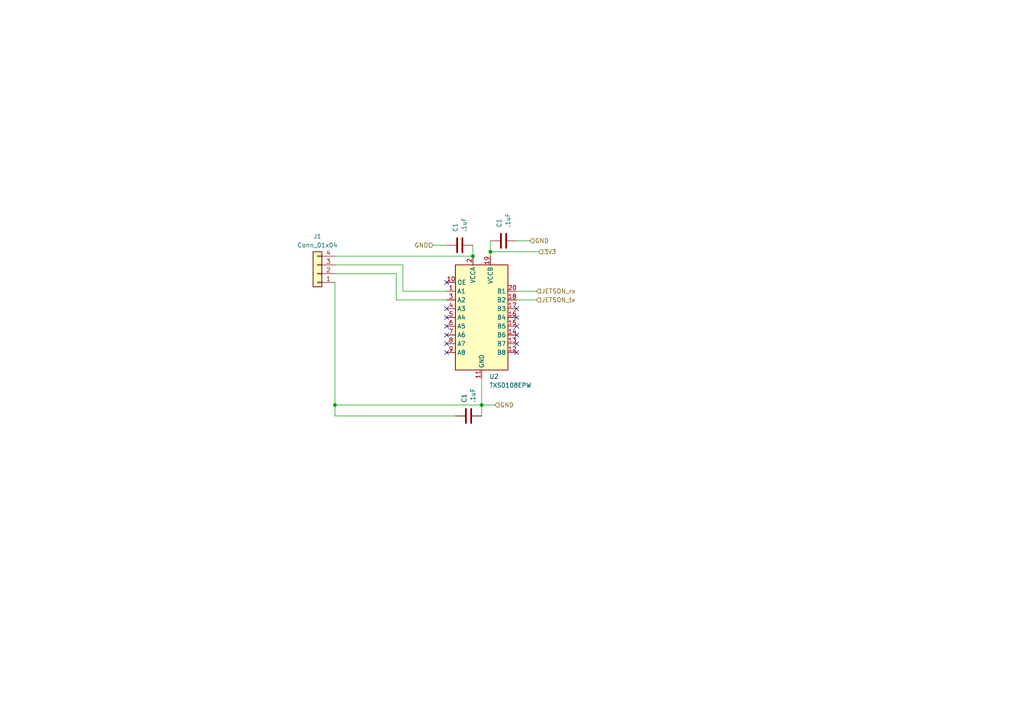
<source format=kicad_sch>
(kicad_sch (version 20230121) (generator eeschema)
  (paper "A4")
  (lib_symbols
    (symbol "Connector_Generic:Conn_01x04" (pin_names (offset 1.016) hide)
      (property "Reference" "J" (at 0 5.08 0))
      (property "Value" "Conn_01x04" (at 0 -7.62 0))
      (symbol "Conn_01x04_1_1"
        (rectangle (start -1.27 -4.953) (end 0 -5.207) (stroke (width 0.1524)))
        (rectangle (start -1.27 -2.413) (end 0 -2.667) (stroke (width 0.1524)))
        (rectangle (start -1.27 0.127) (end 0 -0.127) (stroke (width 0.1524)))
        (rectangle (start -1.27 2.667) (end 0 2.413) (stroke (width 0.1524)))
        (rectangle (start -1.27 3.81) (end 1.27 -6.35) (stroke (width 0.254)) (fill (type background)))
        (pin passive line (at -5.08 2.54 0) (length 3.81) (name "Pin_1") (number "1"))
        (pin passive line (at -5.08 0 0) (length 3.81) (name "Pin_2") (number "2"))
        (pin passive line (at -5.08 -2.54 0) (length 3.81) (name "Pin_3") (number "3"))
        (pin passive line (at -5.08 -5.08 0) (length 3.81) (name "Pin_4") (number "4"))
      )
    )
    (symbol "Device:C" (pin_numbers hide) (pin_names (offset 0.254))
      (property "Reference" "C" (at 0.635 2.54 0))
      (property "Value" "C" (at 0.635 -2.54 0))
      (symbol "C_0_1"
        (polyline (pts (xy -2.032 -0.762) (xy 2.032 -0.762)) (stroke (width 0.508)))
        (polyline (pts (xy -2.032 0.762) (xy 2.032 0.762)) (stroke (width 0.508)))
      )
      (symbol "C_1_1"
        (pin passive line (at 0 3.81 270) (length 2.794) (name "~") (number "1"))
        (pin passive line (at 0 -3.81 90) (length 2.794) (name "~") (number "2"))
      )
    )
    (symbol "Logic_LevelTranslator:TXS0108EPW"
      (property "Reference" "U" (at -6.35 16.51 0))
      (property "Value" "TXS0108EPW" (at 3.81 16.51 0))
      (symbol "TXS0108EPW_0_1"
        (rectangle (start -7.62 15.24) (end 7.62 -15.24) (stroke (width 0.254)) (fill (type background)))
      )
      (symbol "TXS0108EPW_1_1"
        (pin bidirectional line (at -10.16 7.62 0) (length 2.54) (name "A1") (number "1"))
        (pin input line (at -10.16 10.16 0) (length 2.54) (name "OE") (number "10"))
        (pin power_in line (at 0 -17.78 90) (length 2.54) (name "GND") (number "11"))
        (pin bidirectional line (at 10.16 -10.16 180) (length 2.54) (name "B8") (number "12"))
        (pin bidirectional line (at 10.16 -7.62 180) (length 2.54) (name "B7") (number "13"))
        (pin bidirectional line (at 10.16 -5.08 180) (length 2.54) (name "B6") (number "14"))
        (pin bidirectional line (at 10.16 -2.54 180) (length 2.54) (name "B5") (number "15"))
        (pin bidirectional line (at 10.16 0 180) (length 2.54) (name "B4") (number "16"))
        (pin bidirectional line (at 10.16 2.54 180) (length 2.54) (name "B3") (number "17"))
        (pin bidirectional line (at 10.16 5.08 180) (length 2.54) (name "B2") (number "18"))
        (pin power_in line (at 2.54 17.78 270) (length 2.54) (name "VCCB") (number "19"))
        (pin power_in line (at -2.54 17.78 270) (length 2.54) (name "VCCA") (number "2"))
        (pin bidirectional line (at 10.16 7.62 180) (length 2.54) (name "B1") (number "20"))
        (pin bidirectional line (at -10.16 5.08 0) (length 2.54) (name "A2") (number "3"))
        (pin bidirectional line (at -10.16 2.54 0) (length 2.54) (name "A3") (number "4"))
        (pin bidirectional line (at -10.16 0 0) (length 2.54) (name "A4") (number "5"))
        (pin bidirectional line (at -10.16 -2.54 0) (length 2.54) (name "A5") (number "6"))
        (pin bidirectional line (at -10.16 -5.08 0) (length 2.54) (name "A6") (number "7"))
        (pin bidirectional line (at -10.16 -7.62 0) (length 2.54) (name "A7") (number "8"))
        (pin bidirectional line (at -10.16 -10.16 0) (length 2.54) (name "A8") (number "9"))
      )
    )
  )
  (junction (at 137.16 74.295))
  (junction (at 142.24 73.025))
  (junction (at 97.155 117.475))
  (junction (at 139.7 117.475))
  (no_connect (at 149.86 94.615))
  (no_connect (at 149.86 102.235))
  (no_connect (at 129.54 92.075))
  (no_connect (at 149.86 92.075))
  (no_connect (at 149.86 97.155))
  (no_connect (at 129.54 102.235))
  (no_connect (at 129.54 99.695))
  (no_connect (at 149.86 89.535))
  (no_connect (at 149.86 99.695))
  (no_connect (at 129.54 94.615))
  (no_connect (at 129.54 89.535))
  (no_connect (at 129.54 81.915))
  (no_connect (at 129.54 97.155))
  (wire (pts (xy 116.84 76.835) (xy 116.84 84.455)))
  (wire (pts (xy 97.155 117.475) (xy 139.7 117.475)))
  (wire (pts (xy 97.155 76.835) (xy 116.84 76.835)))
  (wire (pts (xy 97.155 120.65) (xy 97.155 117.475)))
  (wire (pts (xy 149.86 84.455) (xy 155.575 84.455)))
  (wire (pts (xy 132.08 120.65) (xy 97.155 120.65)))
  (wire (pts (xy 137.16 71.12) (xy 137.16 74.295)))
  (wire (pts (xy 142.24 73.025) (xy 142.24 74.295)))
  (wire (pts (xy 97.155 81.915) (xy 97.155 117.475)))
  (wire (pts (xy 149.86 86.995) (xy 155.575 86.995)))
  (wire (pts (xy 114.935 86.995) (xy 129.54 86.995)))
  (wire (pts (xy 129.54 71.12) (xy 125.73 71.12)))
  (wire (pts (xy 156.21 73.025) (xy 142.24 73.025)))
  (wire (pts (xy 114.935 79.375) (xy 114.935 86.995)))
  (wire (pts (xy 116.84 84.455) (xy 129.54 84.455)))
  (wire (pts (xy 97.155 79.375) (xy 114.935 79.375)))
  (wire (pts (xy 142.24 69.85) (xy 142.24 73.025)))
  (wire (pts (xy 139.7 117.475) (xy 139.7 120.65)))
  (wire (pts (xy 139.7 109.855) (xy 139.7 117.475)))
  (wire (pts (xy 97.155 74.295) (xy 137.16 74.295)))
  (wire (pts (xy 139.7 117.475) (xy 143.51 117.475)))
  (wire (pts (xy 149.86 69.85) (xy 153.67 69.85)))
  (hierarchical_label "GND" (shape input) (at 125.73 71.12 180))
  (hierarchical_label "3V3" (shape input) (at 156.21 73.025 0))
  (hierarchical_label "JETSON_tx" (shape input) (at 155.575 86.995 0))
  (hierarchical_label "JETSON_rx" (shape input) (at 155.575 84.455 0))
  (hierarchical_label "GND" (shape input) (at 153.67 69.85 0))
  (hierarchical_label "GND" (shape input) (at 143.51 117.475 0))
  (symbol (lib_id "Device:C") (at 133.35 71.12 90) (unit 1)
    (property "Reference" "C1" (at 132.08 67.31 0) (effects (justify left)))
    (property "Value" ".1uF" (at 134.62 67.31 0) (effects (justify left)))
    (property "Footprint" "Capacitor_THT:C_Disc_D7.0mm_W2.5mm_P5.00mm" (effects hide))
    (instances (project "ROSE-PILK_v1" (path "" (reference "C1") (unit 1)) (path "" (reference "JETSON1V8") (unit 1))))
  )
  (symbol (lib_id "Logic_LevelTranslator:TXS0108EPW") (at 139.7 92.075 0) (unit 1)
    (property "Reference" "U2" (at 141.8941 109.22 0) (effects (justify left)))
    (property "Value" "TXS0108EPW" (at 141.8941 111.76 0) (effects (justify left)))
    (property "Footprint" "Package_SO:TSSOP-20_4.4x6.5mm_P0.65mm" (effects hide))
    (property "Datasheet" "www.ti.com/lit/ds/symlink/txs0108e.pdf" (effects hide))
  )
  (symbol (lib_id "Device:C") (at 135.89 120.65 90) (unit 1)
    (property "Reference" "C1" (at 134.62 116.84 0) (effects (justify left)))
    (property "Value" ".1uF" (at 137.16 116.84 0) (effects (justify left)))
    (property "Footprint" "Capacitor_THT:C_Disc_D7.0mm_W2.5mm_P5.00mm" (effects hide))
    (instances (project "ROSE-PILK_v1" (path "" (reference "C1") (unit 1)) (path "" (reference "JETSONGND1") (unit 1))))
  )
  (symbol (lib_id "Connector_Generic:Conn_01x04") (at 92.075 79.375 180) (unit 1)
    (property "Reference" "J1" (at 92.075 68.58 0))
    (property "Value" "Conn_01x04" (at 92.075 71.12 0))
    (property "Footprint" "Connector_PinSocket_2.00mm:PinSocket_1x04_P2.00mm_Vertical" (effects hide))
  )
  (symbol (lib_id "Device:C") (at 146.05 69.85 90) (unit 1)
    (property "Reference" "C1" (at 144.78 66.04 0) (effects (justify left)))
    (property "Value" ".1uF" (at 147.32 66.04 0) (effects (justify left)))
    (property "Footprint" "Capacitor_THT:C_Disc_D7.0mm_W2.5mm_P5.00mm" (effects hide))
    (instances (project "ROSE-PILK_v1" (path "" (reference "C1") (unit 1)) (path "" (reference "JETSON3V3") (unit 1))))
  )
)
</source>
